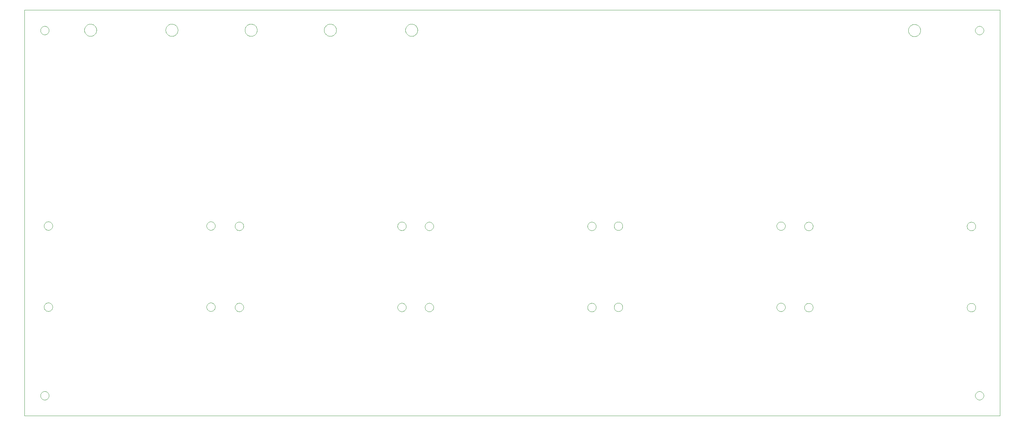
<source format=gko>
G75*
G70*
%OFA0B0*%
%FSLAX24Y24*%
%IPPOS*%
%LPD*%
%AMOC8*
5,1,8,0,0,1.08239X$1,22.5*
%
%ADD10C,0.0000*%
D10*
X000202Y000202D02*
X000202Y039572D01*
X094690Y039572D01*
X094690Y000202D01*
X000202Y000202D01*
X001757Y002170D02*
X001759Y002210D01*
X001765Y002251D01*
X001775Y002290D01*
X001788Y002328D01*
X001806Y002365D01*
X001827Y002399D01*
X001851Y002432D01*
X001878Y002462D01*
X001908Y002489D01*
X001941Y002513D01*
X001975Y002534D01*
X002012Y002552D01*
X002050Y002565D01*
X002089Y002575D01*
X002130Y002581D01*
X002170Y002583D01*
X002210Y002581D01*
X002251Y002575D01*
X002290Y002565D01*
X002328Y002552D01*
X002365Y002534D01*
X002399Y002513D01*
X002432Y002489D01*
X002462Y002462D01*
X002489Y002432D01*
X002513Y002399D01*
X002534Y002365D01*
X002552Y002328D01*
X002565Y002290D01*
X002575Y002251D01*
X002581Y002210D01*
X002583Y002170D01*
X002581Y002130D01*
X002575Y002089D01*
X002565Y002050D01*
X002552Y002012D01*
X002534Y001975D01*
X002513Y001941D01*
X002489Y001908D01*
X002462Y001878D01*
X002432Y001851D01*
X002399Y001827D01*
X002365Y001806D01*
X002328Y001788D01*
X002290Y001775D01*
X002251Y001765D01*
X002210Y001759D01*
X002170Y001757D01*
X002130Y001759D01*
X002089Y001765D01*
X002050Y001775D01*
X002012Y001788D01*
X001975Y001806D01*
X001941Y001827D01*
X001908Y001851D01*
X001878Y001878D01*
X001851Y001908D01*
X001827Y001941D01*
X001806Y001975D01*
X001788Y002012D01*
X001775Y002050D01*
X001765Y002089D01*
X001759Y002130D01*
X001757Y002170D01*
X020602Y010735D02*
X020604Y010775D01*
X020610Y010816D01*
X020620Y010855D01*
X020633Y010893D01*
X020651Y010930D01*
X020672Y010964D01*
X020696Y010997D01*
X020723Y011027D01*
X020753Y011054D01*
X020786Y011078D01*
X020820Y011099D01*
X020857Y011117D01*
X020895Y011130D01*
X020934Y011140D01*
X020975Y011146D01*
X021015Y011148D01*
X021055Y011146D01*
X021096Y011140D01*
X021135Y011130D01*
X021173Y011117D01*
X021210Y011099D01*
X021244Y011078D01*
X021277Y011054D01*
X021307Y011027D01*
X021334Y010997D01*
X021358Y010964D01*
X021379Y010930D01*
X021397Y010893D01*
X021410Y010855D01*
X021420Y010816D01*
X021426Y010775D01*
X021428Y010735D01*
X021426Y010695D01*
X021420Y010654D01*
X021410Y010615D01*
X021397Y010577D01*
X021379Y010540D01*
X021358Y010506D01*
X021334Y010473D01*
X021307Y010443D01*
X021277Y010416D01*
X021244Y010392D01*
X021210Y010371D01*
X021173Y010353D01*
X021135Y010340D01*
X021096Y010330D01*
X021055Y010324D01*
X021015Y010322D01*
X020975Y010324D01*
X020934Y010330D01*
X020895Y010340D01*
X020857Y010353D01*
X020820Y010371D01*
X020786Y010392D01*
X020753Y010416D01*
X020723Y010443D01*
X020696Y010473D01*
X020672Y010506D01*
X020651Y010540D01*
X020633Y010577D01*
X020620Y010615D01*
X020610Y010654D01*
X020604Y010695D01*
X020602Y010735D01*
X017850Y010763D02*
X017852Y010803D01*
X017858Y010844D01*
X017868Y010883D01*
X017881Y010921D01*
X017899Y010958D01*
X017920Y010992D01*
X017944Y011025D01*
X017971Y011055D01*
X018001Y011082D01*
X018034Y011106D01*
X018068Y011127D01*
X018105Y011145D01*
X018143Y011158D01*
X018182Y011168D01*
X018223Y011174D01*
X018263Y011176D01*
X018303Y011174D01*
X018344Y011168D01*
X018383Y011158D01*
X018421Y011145D01*
X018458Y011127D01*
X018492Y011106D01*
X018525Y011082D01*
X018555Y011055D01*
X018582Y011025D01*
X018606Y010992D01*
X018627Y010958D01*
X018645Y010921D01*
X018658Y010883D01*
X018668Y010844D01*
X018674Y010803D01*
X018676Y010763D01*
X018674Y010723D01*
X018668Y010682D01*
X018658Y010643D01*
X018645Y010605D01*
X018627Y010568D01*
X018606Y010534D01*
X018582Y010501D01*
X018555Y010471D01*
X018525Y010444D01*
X018492Y010420D01*
X018458Y010399D01*
X018421Y010381D01*
X018383Y010368D01*
X018344Y010358D01*
X018303Y010352D01*
X018263Y010350D01*
X018223Y010352D01*
X018182Y010358D01*
X018143Y010368D01*
X018105Y010381D01*
X018068Y010399D01*
X018034Y010420D01*
X018001Y010444D01*
X017971Y010471D01*
X017944Y010501D01*
X017920Y010534D01*
X017899Y010568D01*
X017881Y010605D01*
X017868Y010643D01*
X017858Y010682D01*
X017852Y010723D01*
X017850Y010763D01*
X002102Y010763D02*
X002104Y010803D01*
X002110Y010844D01*
X002120Y010883D01*
X002133Y010921D01*
X002151Y010958D01*
X002172Y010992D01*
X002196Y011025D01*
X002223Y011055D01*
X002253Y011082D01*
X002286Y011106D01*
X002320Y011127D01*
X002357Y011145D01*
X002395Y011158D01*
X002434Y011168D01*
X002475Y011174D01*
X002515Y011176D01*
X002555Y011174D01*
X002596Y011168D01*
X002635Y011158D01*
X002673Y011145D01*
X002710Y011127D01*
X002744Y011106D01*
X002777Y011082D01*
X002807Y011055D01*
X002834Y011025D01*
X002858Y010992D01*
X002879Y010958D01*
X002897Y010921D01*
X002910Y010883D01*
X002920Y010844D01*
X002926Y010803D01*
X002928Y010763D01*
X002926Y010723D01*
X002920Y010682D01*
X002910Y010643D01*
X002897Y010605D01*
X002879Y010568D01*
X002858Y010534D01*
X002834Y010501D01*
X002807Y010471D01*
X002777Y010444D01*
X002744Y010420D01*
X002710Y010399D01*
X002673Y010381D01*
X002635Y010368D01*
X002596Y010358D01*
X002555Y010352D01*
X002515Y010350D01*
X002475Y010352D01*
X002434Y010358D01*
X002395Y010368D01*
X002357Y010381D01*
X002320Y010399D01*
X002286Y010420D01*
X002253Y010444D01*
X002223Y010471D01*
X002196Y010501D01*
X002172Y010534D01*
X002151Y010568D01*
X002133Y010605D01*
X002120Y010643D01*
X002110Y010682D01*
X002104Y010723D01*
X002102Y010763D01*
X002102Y018637D02*
X002104Y018677D01*
X002110Y018718D01*
X002120Y018757D01*
X002133Y018795D01*
X002151Y018832D01*
X002172Y018866D01*
X002196Y018899D01*
X002223Y018929D01*
X002253Y018956D01*
X002286Y018980D01*
X002320Y019001D01*
X002357Y019019D01*
X002395Y019032D01*
X002434Y019042D01*
X002475Y019048D01*
X002515Y019050D01*
X002555Y019048D01*
X002596Y019042D01*
X002635Y019032D01*
X002673Y019019D01*
X002710Y019001D01*
X002744Y018980D01*
X002777Y018956D01*
X002807Y018929D01*
X002834Y018899D01*
X002858Y018866D01*
X002879Y018832D01*
X002897Y018795D01*
X002910Y018757D01*
X002920Y018718D01*
X002926Y018677D01*
X002928Y018637D01*
X002926Y018597D01*
X002920Y018556D01*
X002910Y018517D01*
X002897Y018479D01*
X002879Y018442D01*
X002858Y018408D01*
X002834Y018375D01*
X002807Y018345D01*
X002777Y018318D01*
X002744Y018294D01*
X002710Y018273D01*
X002673Y018255D01*
X002635Y018242D01*
X002596Y018232D01*
X002555Y018226D01*
X002515Y018224D01*
X002475Y018226D01*
X002434Y018232D01*
X002395Y018242D01*
X002357Y018255D01*
X002320Y018273D01*
X002286Y018294D01*
X002253Y018318D01*
X002223Y018345D01*
X002196Y018375D01*
X002172Y018408D01*
X002151Y018442D01*
X002133Y018479D01*
X002120Y018517D01*
X002110Y018556D01*
X002104Y018597D01*
X002102Y018637D01*
X017850Y018637D02*
X017852Y018677D01*
X017858Y018718D01*
X017868Y018757D01*
X017881Y018795D01*
X017899Y018832D01*
X017920Y018866D01*
X017944Y018899D01*
X017971Y018929D01*
X018001Y018956D01*
X018034Y018980D01*
X018068Y019001D01*
X018105Y019019D01*
X018143Y019032D01*
X018182Y019042D01*
X018223Y019048D01*
X018263Y019050D01*
X018303Y019048D01*
X018344Y019042D01*
X018383Y019032D01*
X018421Y019019D01*
X018458Y019001D01*
X018492Y018980D01*
X018525Y018956D01*
X018555Y018929D01*
X018582Y018899D01*
X018606Y018866D01*
X018627Y018832D01*
X018645Y018795D01*
X018658Y018757D01*
X018668Y018718D01*
X018674Y018677D01*
X018676Y018637D01*
X018674Y018597D01*
X018668Y018556D01*
X018658Y018517D01*
X018645Y018479D01*
X018627Y018442D01*
X018606Y018408D01*
X018582Y018375D01*
X018555Y018345D01*
X018525Y018318D01*
X018492Y018294D01*
X018458Y018273D01*
X018421Y018255D01*
X018383Y018242D01*
X018344Y018232D01*
X018303Y018226D01*
X018263Y018224D01*
X018223Y018226D01*
X018182Y018232D01*
X018143Y018242D01*
X018105Y018255D01*
X018068Y018273D01*
X018034Y018294D01*
X018001Y018318D01*
X017971Y018345D01*
X017944Y018375D01*
X017920Y018408D01*
X017899Y018442D01*
X017881Y018479D01*
X017868Y018517D01*
X017858Y018556D01*
X017852Y018597D01*
X017850Y018637D01*
X020602Y018609D02*
X020604Y018649D01*
X020610Y018690D01*
X020620Y018729D01*
X020633Y018767D01*
X020651Y018804D01*
X020672Y018838D01*
X020696Y018871D01*
X020723Y018901D01*
X020753Y018928D01*
X020786Y018952D01*
X020820Y018973D01*
X020857Y018991D01*
X020895Y019004D01*
X020934Y019014D01*
X020975Y019020D01*
X021015Y019022D01*
X021055Y019020D01*
X021096Y019014D01*
X021135Y019004D01*
X021173Y018991D01*
X021210Y018973D01*
X021244Y018952D01*
X021277Y018928D01*
X021307Y018901D01*
X021334Y018871D01*
X021358Y018838D01*
X021379Y018804D01*
X021397Y018767D01*
X021410Y018729D01*
X021420Y018690D01*
X021426Y018649D01*
X021428Y018609D01*
X021426Y018569D01*
X021420Y018528D01*
X021410Y018489D01*
X021397Y018451D01*
X021379Y018414D01*
X021358Y018380D01*
X021334Y018347D01*
X021307Y018317D01*
X021277Y018290D01*
X021244Y018266D01*
X021210Y018245D01*
X021173Y018227D01*
X021135Y018214D01*
X021096Y018204D01*
X021055Y018198D01*
X021015Y018196D01*
X020975Y018198D01*
X020934Y018204D01*
X020895Y018214D01*
X020857Y018227D01*
X020820Y018245D01*
X020786Y018266D01*
X020753Y018290D01*
X020723Y018317D01*
X020696Y018347D01*
X020672Y018380D01*
X020651Y018414D01*
X020633Y018451D01*
X020620Y018489D01*
X020610Y018528D01*
X020604Y018569D01*
X020602Y018609D01*
X036350Y018609D02*
X036352Y018649D01*
X036358Y018690D01*
X036368Y018729D01*
X036381Y018767D01*
X036399Y018804D01*
X036420Y018838D01*
X036444Y018871D01*
X036471Y018901D01*
X036501Y018928D01*
X036534Y018952D01*
X036568Y018973D01*
X036605Y018991D01*
X036643Y019004D01*
X036682Y019014D01*
X036723Y019020D01*
X036763Y019022D01*
X036803Y019020D01*
X036844Y019014D01*
X036883Y019004D01*
X036921Y018991D01*
X036958Y018973D01*
X036992Y018952D01*
X037025Y018928D01*
X037055Y018901D01*
X037082Y018871D01*
X037106Y018838D01*
X037127Y018804D01*
X037145Y018767D01*
X037158Y018729D01*
X037168Y018690D01*
X037174Y018649D01*
X037176Y018609D01*
X037174Y018569D01*
X037168Y018528D01*
X037158Y018489D01*
X037145Y018451D01*
X037127Y018414D01*
X037106Y018380D01*
X037082Y018347D01*
X037055Y018317D01*
X037025Y018290D01*
X036992Y018266D01*
X036958Y018245D01*
X036921Y018227D01*
X036883Y018214D01*
X036844Y018204D01*
X036803Y018198D01*
X036763Y018196D01*
X036723Y018198D01*
X036682Y018204D01*
X036643Y018214D01*
X036605Y018227D01*
X036568Y018245D01*
X036534Y018266D01*
X036501Y018290D01*
X036471Y018317D01*
X036444Y018347D01*
X036420Y018380D01*
X036399Y018414D01*
X036381Y018451D01*
X036368Y018489D01*
X036358Y018528D01*
X036352Y018569D01*
X036350Y018609D01*
X039007Y018601D02*
X039009Y018641D01*
X039015Y018682D01*
X039025Y018721D01*
X039038Y018759D01*
X039056Y018796D01*
X039077Y018830D01*
X039101Y018863D01*
X039128Y018893D01*
X039158Y018920D01*
X039191Y018944D01*
X039225Y018965D01*
X039262Y018983D01*
X039300Y018996D01*
X039339Y019006D01*
X039380Y019012D01*
X039420Y019014D01*
X039460Y019012D01*
X039501Y019006D01*
X039540Y018996D01*
X039578Y018983D01*
X039615Y018965D01*
X039649Y018944D01*
X039682Y018920D01*
X039712Y018893D01*
X039739Y018863D01*
X039763Y018830D01*
X039784Y018796D01*
X039802Y018759D01*
X039815Y018721D01*
X039825Y018682D01*
X039831Y018641D01*
X039833Y018601D01*
X039831Y018561D01*
X039825Y018520D01*
X039815Y018481D01*
X039802Y018443D01*
X039784Y018406D01*
X039763Y018372D01*
X039739Y018339D01*
X039712Y018309D01*
X039682Y018282D01*
X039649Y018258D01*
X039615Y018237D01*
X039578Y018219D01*
X039540Y018206D01*
X039501Y018196D01*
X039460Y018190D01*
X039420Y018188D01*
X039380Y018190D01*
X039339Y018196D01*
X039300Y018206D01*
X039262Y018219D01*
X039225Y018237D01*
X039191Y018258D01*
X039158Y018282D01*
X039128Y018309D01*
X039101Y018339D01*
X039077Y018372D01*
X039056Y018406D01*
X039038Y018443D01*
X039025Y018481D01*
X039015Y018520D01*
X039009Y018561D01*
X039007Y018601D01*
X054755Y018601D02*
X054757Y018641D01*
X054763Y018682D01*
X054773Y018721D01*
X054786Y018759D01*
X054804Y018796D01*
X054825Y018830D01*
X054849Y018863D01*
X054876Y018893D01*
X054906Y018920D01*
X054939Y018944D01*
X054973Y018965D01*
X055010Y018983D01*
X055048Y018996D01*
X055087Y019006D01*
X055128Y019012D01*
X055168Y019014D01*
X055208Y019012D01*
X055249Y019006D01*
X055288Y018996D01*
X055326Y018983D01*
X055363Y018965D01*
X055397Y018944D01*
X055430Y018920D01*
X055460Y018893D01*
X055487Y018863D01*
X055511Y018830D01*
X055532Y018796D01*
X055550Y018759D01*
X055563Y018721D01*
X055573Y018682D01*
X055579Y018641D01*
X055581Y018601D01*
X055579Y018561D01*
X055573Y018520D01*
X055563Y018481D01*
X055550Y018443D01*
X055532Y018406D01*
X055511Y018372D01*
X055487Y018339D01*
X055460Y018309D01*
X055430Y018282D01*
X055397Y018258D01*
X055363Y018237D01*
X055326Y018219D01*
X055288Y018206D01*
X055249Y018196D01*
X055208Y018190D01*
X055168Y018188D01*
X055128Y018190D01*
X055087Y018196D01*
X055048Y018206D01*
X055010Y018219D01*
X054973Y018237D01*
X054939Y018258D01*
X054906Y018282D01*
X054876Y018309D01*
X054849Y018339D01*
X054825Y018372D01*
X054804Y018406D01*
X054786Y018443D01*
X054773Y018481D01*
X054763Y018520D01*
X054757Y018561D01*
X054755Y018601D01*
X057326Y018621D02*
X057328Y018661D01*
X057334Y018702D01*
X057344Y018741D01*
X057357Y018779D01*
X057375Y018816D01*
X057396Y018850D01*
X057420Y018883D01*
X057447Y018913D01*
X057477Y018940D01*
X057510Y018964D01*
X057544Y018985D01*
X057581Y019003D01*
X057619Y019016D01*
X057658Y019026D01*
X057699Y019032D01*
X057739Y019034D01*
X057779Y019032D01*
X057820Y019026D01*
X057859Y019016D01*
X057897Y019003D01*
X057934Y018985D01*
X057968Y018964D01*
X058001Y018940D01*
X058031Y018913D01*
X058058Y018883D01*
X058082Y018850D01*
X058103Y018816D01*
X058121Y018779D01*
X058134Y018741D01*
X058144Y018702D01*
X058150Y018661D01*
X058152Y018621D01*
X058150Y018581D01*
X058144Y018540D01*
X058134Y018501D01*
X058121Y018463D01*
X058103Y018426D01*
X058082Y018392D01*
X058058Y018359D01*
X058031Y018329D01*
X058001Y018302D01*
X057968Y018278D01*
X057934Y018257D01*
X057897Y018239D01*
X057859Y018226D01*
X057820Y018216D01*
X057779Y018210D01*
X057739Y018208D01*
X057699Y018210D01*
X057658Y018216D01*
X057619Y018226D01*
X057581Y018239D01*
X057544Y018257D01*
X057510Y018278D01*
X057477Y018302D01*
X057447Y018329D01*
X057420Y018359D01*
X057396Y018392D01*
X057375Y018426D01*
X057357Y018463D01*
X057344Y018501D01*
X057334Y018540D01*
X057328Y018581D01*
X057326Y018621D01*
X073074Y018621D02*
X073076Y018661D01*
X073082Y018702D01*
X073092Y018741D01*
X073105Y018779D01*
X073123Y018816D01*
X073144Y018850D01*
X073168Y018883D01*
X073195Y018913D01*
X073225Y018940D01*
X073258Y018964D01*
X073292Y018985D01*
X073329Y019003D01*
X073367Y019016D01*
X073406Y019026D01*
X073447Y019032D01*
X073487Y019034D01*
X073527Y019032D01*
X073568Y019026D01*
X073607Y019016D01*
X073645Y019003D01*
X073682Y018985D01*
X073716Y018964D01*
X073749Y018940D01*
X073779Y018913D01*
X073806Y018883D01*
X073830Y018850D01*
X073851Y018816D01*
X073869Y018779D01*
X073882Y018741D01*
X073892Y018702D01*
X073898Y018661D01*
X073900Y018621D01*
X073898Y018581D01*
X073892Y018540D01*
X073882Y018501D01*
X073869Y018463D01*
X073851Y018426D01*
X073830Y018392D01*
X073806Y018359D01*
X073779Y018329D01*
X073749Y018302D01*
X073716Y018278D01*
X073682Y018257D01*
X073645Y018239D01*
X073607Y018226D01*
X073568Y018216D01*
X073527Y018210D01*
X073487Y018208D01*
X073447Y018210D01*
X073406Y018216D01*
X073367Y018226D01*
X073329Y018239D01*
X073292Y018257D01*
X073258Y018278D01*
X073225Y018302D01*
X073195Y018329D01*
X073168Y018359D01*
X073144Y018392D01*
X073123Y018426D01*
X073105Y018463D01*
X073092Y018501D01*
X073082Y018540D01*
X073076Y018581D01*
X073074Y018621D01*
X075771Y018593D02*
X075773Y018633D01*
X075779Y018674D01*
X075789Y018713D01*
X075802Y018751D01*
X075820Y018788D01*
X075841Y018822D01*
X075865Y018855D01*
X075892Y018885D01*
X075922Y018912D01*
X075955Y018936D01*
X075989Y018957D01*
X076026Y018975D01*
X076064Y018988D01*
X076103Y018998D01*
X076144Y019004D01*
X076184Y019006D01*
X076224Y019004D01*
X076265Y018998D01*
X076304Y018988D01*
X076342Y018975D01*
X076379Y018957D01*
X076413Y018936D01*
X076446Y018912D01*
X076476Y018885D01*
X076503Y018855D01*
X076527Y018822D01*
X076548Y018788D01*
X076566Y018751D01*
X076579Y018713D01*
X076589Y018674D01*
X076595Y018633D01*
X076597Y018593D01*
X076595Y018553D01*
X076589Y018512D01*
X076579Y018473D01*
X076566Y018435D01*
X076548Y018398D01*
X076527Y018364D01*
X076503Y018331D01*
X076476Y018301D01*
X076446Y018274D01*
X076413Y018250D01*
X076379Y018229D01*
X076342Y018211D01*
X076304Y018198D01*
X076265Y018188D01*
X076224Y018182D01*
X076184Y018180D01*
X076144Y018182D01*
X076103Y018188D01*
X076064Y018198D01*
X076026Y018211D01*
X075989Y018229D01*
X075955Y018250D01*
X075922Y018274D01*
X075892Y018301D01*
X075865Y018331D01*
X075841Y018364D01*
X075820Y018398D01*
X075802Y018435D01*
X075789Y018473D01*
X075779Y018512D01*
X075773Y018553D01*
X075771Y018593D01*
X091519Y018593D02*
X091521Y018633D01*
X091527Y018674D01*
X091537Y018713D01*
X091550Y018751D01*
X091568Y018788D01*
X091589Y018822D01*
X091613Y018855D01*
X091640Y018885D01*
X091670Y018912D01*
X091703Y018936D01*
X091737Y018957D01*
X091774Y018975D01*
X091812Y018988D01*
X091851Y018998D01*
X091892Y019004D01*
X091932Y019006D01*
X091972Y019004D01*
X092013Y018998D01*
X092052Y018988D01*
X092090Y018975D01*
X092127Y018957D01*
X092161Y018936D01*
X092194Y018912D01*
X092224Y018885D01*
X092251Y018855D01*
X092275Y018822D01*
X092296Y018788D01*
X092314Y018751D01*
X092327Y018713D01*
X092337Y018674D01*
X092343Y018633D01*
X092345Y018593D01*
X092343Y018553D01*
X092337Y018512D01*
X092327Y018473D01*
X092314Y018435D01*
X092296Y018398D01*
X092275Y018364D01*
X092251Y018331D01*
X092224Y018301D01*
X092194Y018274D01*
X092161Y018250D01*
X092127Y018229D01*
X092090Y018211D01*
X092052Y018198D01*
X092013Y018188D01*
X091972Y018182D01*
X091932Y018180D01*
X091892Y018182D01*
X091851Y018188D01*
X091812Y018198D01*
X091774Y018211D01*
X091737Y018229D01*
X091703Y018250D01*
X091670Y018274D01*
X091640Y018301D01*
X091613Y018331D01*
X091589Y018364D01*
X091568Y018398D01*
X091550Y018435D01*
X091537Y018473D01*
X091527Y018512D01*
X091521Y018553D01*
X091519Y018593D01*
X073074Y010747D02*
X073076Y010787D01*
X073082Y010828D01*
X073092Y010867D01*
X073105Y010905D01*
X073123Y010942D01*
X073144Y010976D01*
X073168Y011009D01*
X073195Y011039D01*
X073225Y011066D01*
X073258Y011090D01*
X073292Y011111D01*
X073329Y011129D01*
X073367Y011142D01*
X073406Y011152D01*
X073447Y011158D01*
X073487Y011160D01*
X073527Y011158D01*
X073568Y011152D01*
X073607Y011142D01*
X073645Y011129D01*
X073682Y011111D01*
X073716Y011090D01*
X073749Y011066D01*
X073779Y011039D01*
X073806Y011009D01*
X073830Y010976D01*
X073851Y010942D01*
X073869Y010905D01*
X073882Y010867D01*
X073892Y010828D01*
X073898Y010787D01*
X073900Y010747D01*
X073898Y010707D01*
X073892Y010666D01*
X073882Y010627D01*
X073869Y010589D01*
X073851Y010552D01*
X073830Y010518D01*
X073806Y010485D01*
X073779Y010455D01*
X073749Y010428D01*
X073716Y010404D01*
X073682Y010383D01*
X073645Y010365D01*
X073607Y010352D01*
X073568Y010342D01*
X073527Y010336D01*
X073487Y010334D01*
X073447Y010336D01*
X073406Y010342D01*
X073367Y010352D01*
X073329Y010365D01*
X073292Y010383D01*
X073258Y010404D01*
X073225Y010428D01*
X073195Y010455D01*
X073168Y010485D01*
X073144Y010518D01*
X073123Y010552D01*
X073105Y010589D01*
X073092Y010627D01*
X073082Y010666D01*
X073076Y010707D01*
X073074Y010747D01*
X075771Y010719D02*
X075773Y010759D01*
X075779Y010800D01*
X075789Y010839D01*
X075802Y010877D01*
X075820Y010914D01*
X075841Y010948D01*
X075865Y010981D01*
X075892Y011011D01*
X075922Y011038D01*
X075955Y011062D01*
X075989Y011083D01*
X076026Y011101D01*
X076064Y011114D01*
X076103Y011124D01*
X076144Y011130D01*
X076184Y011132D01*
X076224Y011130D01*
X076265Y011124D01*
X076304Y011114D01*
X076342Y011101D01*
X076379Y011083D01*
X076413Y011062D01*
X076446Y011038D01*
X076476Y011011D01*
X076503Y010981D01*
X076527Y010948D01*
X076548Y010914D01*
X076566Y010877D01*
X076579Y010839D01*
X076589Y010800D01*
X076595Y010759D01*
X076597Y010719D01*
X076595Y010679D01*
X076589Y010638D01*
X076579Y010599D01*
X076566Y010561D01*
X076548Y010524D01*
X076527Y010490D01*
X076503Y010457D01*
X076476Y010427D01*
X076446Y010400D01*
X076413Y010376D01*
X076379Y010355D01*
X076342Y010337D01*
X076304Y010324D01*
X076265Y010314D01*
X076224Y010308D01*
X076184Y010306D01*
X076144Y010308D01*
X076103Y010314D01*
X076064Y010324D01*
X076026Y010337D01*
X075989Y010355D01*
X075955Y010376D01*
X075922Y010400D01*
X075892Y010427D01*
X075865Y010457D01*
X075841Y010490D01*
X075820Y010524D01*
X075802Y010561D01*
X075789Y010599D01*
X075779Y010638D01*
X075773Y010679D01*
X075771Y010719D01*
X091519Y010719D02*
X091521Y010759D01*
X091527Y010800D01*
X091537Y010839D01*
X091550Y010877D01*
X091568Y010914D01*
X091589Y010948D01*
X091613Y010981D01*
X091640Y011011D01*
X091670Y011038D01*
X091703Y011062D01*
X091737Y011083D01*
X091774Y011101D01*
X091812Y011114D01*
X091851Y011124D01*
X091892Y011130D01*
X091932Y011132D01*
X091972Y011130D01*
X092013Y011124D01*
X092052Y011114D01*
X092090Y011101D01*
X092127Y011083D01*
X092161Y011062D01*
X092194Y011038D01*
X092224Y011011D01*
X092251Y010981D01*
X092275Y010948D01*
X092296Y010914D01*
X092314Y010877D01*
X092327Y010839D01*
X092337Y010800D01*
X092343Y010759D01*
X092345Y010719D01*
X092343Y010679D01*
X092337Y010638D01*
X092327Y010599D01*
X092314Y010561D01*
X092296Y010524D01*
X092275Y010490D01*
X092251Y010457D01*
X092224Y010427D01*
X092194Y010400D01*
X092161Y010376D01*
X092127Y010355D01*
X092090Y010337D01*
X092052Y010324D01*
X092013Y010314D01*
X091972Y010308D01*
X091932Y010306D01*
X091892Y010308D01*
X091851Y010314D01*
X091812Y010324D01*
X091774Y010337D01*
X091737Y010355D01*
X091703Y010376D01*
X091670Y010400D01*
X091640Y010427D01*
X091613Y010457D01*
X091589Y010490D01*
X091568Y010524D01*
X091550Y010561D01*
X091537Y010599D01*
X091527Y010638D01*
X091521Y010679D01*
X091519Y010719D01*
X092308Y002170D02*
X092310Y002210D01*
X092316Y002251D01*
X092326Y002290D01*
X092339Y002328D01*
X092357Y002365D01*
X092378Y002399D01*
X092402Y002432D01*
X092429Y002462D01*
X092459Y002489D01*
X092492Y002513D01*
X092526Y002534D01*
X092563Y002552D01*
X092601Y002565D01*
X092640Y002575D01*
X092681Y002581D01*
X092721Y002583D01*
X092761Y002581D01*
X092802Y002575D01*
X092841Y002565D01*
X092879Y002552D01*
X092916Y002534D01*
X092950Y002513D01*
X092983Y002489D01*
X093013Y002462D01*
X093040Y002432D01*
X093064Y002399D01*
X093085Y002365D01*
X093103Y002328D01*
X093116Y002290D01*
X093126Y002251D01*
X093132Y002210D01*
X093134Y002170D01*
X093132Y002130D01*
X093126Y002089D01*
X093116Y002050D01*
X093103Y002012D01*
X093085Y001975D01*
X093064Y001941D01*
X093040Y001908D01*
X093013Y001878D01*
X092983Y001851D01*
X092950Y001827D01*
X092916Y001806D01*
X092879Y001788D01*
X092841Y001775D01*
X092802Y001765D01*
X092761Y001759D01*
X092721Y001757D01*
X092681Y001759D01*
X092640Y001765D01*
X092601Y001775D01*
X092563Y001788D01*
X092526Y001806D01*
X092492Y001827D01*
X092459Y001851D01*
X092429Y001878D01*
X092402Y001908D01*
X092378Y001941D01*
X092357Y001975D01*
X092339Y002012D01*
X092326Y002050D01*
X092316Y002089D01*
X092310Y002130D01*
X092308Y002170D01*
X057326Y010747D02*
X057328Y010787D01*
X057334Y010828D01*
X057344Y010867D01*
X057357Y010905D01*
X057375Y010942D01*
X057396Y010976D01*
X057420Y011009D01*
X057447Y011039D01*
X057477Y011066D01*
X057510Y011090D01*
X057544Y011111D01*
X057581Y011129D01*
X057619Y011142D01*
X057658Y011152D01*
X057699Y011158D01*
X057739Y011160D01*
X057779Y011158D01*
X057820Y011152D01*
X057859Y011142D01*
X057897Y011129D01*
X057934Y011111D01*
X057968Y011090D01*
X058001Y011066D01*
X058031Y011039D01*
X058058Y011009D01*
X058082Y010976D01*
X058103Y010942D01*
X058121Y010905D01*
X058134Y010867D01*
X058144Y010828D01*
X058150Y010787D01*
X058152Y010747D01*
X058150Y010707D01*
X058144Y010666D01*
X058134Y010627D01*
X058121Y010589D01*
X058103Y010552D01*
X058082Y010518D01*
X058058Y010485D01*
X058031Y010455D01*
X058001Y010428D01*
X057968Y010404D01*
X057934Y010383D01*
X057897Y010365D01*
X057859Y010352D01*
X057820Y010342D01*
X057779Y010336D01*
X057739Y010334D01*
X057699Y010336D01*
X057658Y010342D01*
X057619Y010352D01*
X057581Y010365D01*
X057544Y010383D01*
X057510Y010404D01*
X057477Y010428D01*
X057447Y010455D01*
X057420Y010485D01*
X057396Y010518D01*
X057375Y010552D01*
X057357Y010589D01*
X057344Y010627D01*
X057334Y010666D01*
X057328Y010707D01*
X057326Y010747D01*
X054755Y010727D02*
X054757Y010767D01*
X054763Y010808D01*
X054773Y010847D01*
X054786Y010885D01*
X054804Y010922D01*
X054825Y010956D01*
X054849Y010989D01*
X054876Y011019D01*
X054906Y011046D01*
X054939Y011070D01*
X054973Y011091D01*
X055010Y011109D01*
X055048Y011122D01*
X055087Y011132D01*
X055128Y011138D01*
X055168Y011140D01*
X055208Y011138D01*
X055249Y011132D01*
X055288Y011122D01*
X055326Y011109D01*
X055363Y011091D01*
X055397Y011070D01*
X055430Y011046D01*
X055460Y011019D01*
X055487Y010989D01*
X055511Y010956D01*
X055532Y010922D01*
X055550Y010885D01*
X055563Y010847D01*
X055573Y010808D01*
X055579Y010767D01*
X055581Y010727D01*
X055579Y010687D01*
X055573Y010646D01*
X055563Y010607D01*
X055550Y010569D01*
X055532Y010532D01*
X055511Y010498D01*
X055487Y010465D01*
X055460Y010435D01*
X055430Y010408D01*
X055397Y010384D01*
X055363Y010363D01*
X055326Y010345D01*
X055288Y010332D01*
X055249Y010322D01*
X055208Y010316D01*
X055168Y010314D01*
X055128Y010316D01*
X055087Y010322D01*
X055048Y010332D01*
X055010Y010345D01*
X054973Y010363D01*
X054939Y010384D01*
X054906Y010408D01*
X054876Y010435D01*
X054849Y010465D01*
X054825Y010498D01*
X054804Y010532D01*
X054786Y010569D01*
X054773Y010607D01*
X054763Y010646D01*
X054757Y010687D01*
X054755Y010727D01*
X039007Y010727D02*
X039009Y010767D01*
X039015Y010808D01*
X039025Y010847D01*
X039038Y010885D01*
X039056Y010922D01*
X039077Y010956D01*
X039101Y010989D01*
X039128Y011019D01*
X039158Y011046D01*
X039191Y011070D01*
X039225Y011091D01*
X039262Y011109D01*
X039300Y011122D01*
X039339Y011132D01*
X039380Y011138D01*
X039420Y011140D01*
X039460Y011138D01*
X039501Y011132D01*
X039540Y011122D01*
X039578Y011109D01*
X039615Y011091D01*
X039649Y011070D01*
X039682Y011046D01*
X039712Y011019D01*
X039739Y010989D01*
X039763Y010956D01*
X039784Y010922D01*
X039802Y010885D01*
X039815Y010847D01*
X039825Y010808D01*
X039831Y010767D01*
X039833Y010727D01*
X039831Y010687D01*
X039825Y010646D01*
X039815Y010607D01*
X039802Y010569D01*
X039784Y010532D01*
X039763Y010498D01*
X039739Y010465D01*
X039712Y010435D01*
X039682Y010408D01*
X039649Y010384D01*
X039615Y010363D01*
X039578Y010345D01*
X039540Y010332D01*
X039501Y010322D01*
X039460Y010316D01*
X039420Y010314D01*
X039380Y010316D01*
X039339Y010322D01*
X039300Y010332D01*
X039262Y010345D01*
X039225Y010363D01*
X039191Y010384D01*
X039158Y010408D01*
X039128Y010435D01*
X039101Y010465D01*
X039077Y010498D01*
X039056Y010532D01*
X039038Y010569D01*
X039025Y010607D01*
X039015Y010646D01*
X039009Y010687D01*
X039007Y010727D01*
X036350Y010735D02*
X036352Y010775D01*
X036358Y010816D01*
X036368Y010855D01*
X036381Y010893D01*
X036399Y010930D01*
X036420Y010964D01*
X036444Y010997D01*
X036471Y011027D01*
X036501Y011054D01*
X036534Y011078D01*
X036568Y011099D01*
X036605Y011117D01*
X036643Y011130D01*
X036682Y011140D01*
X036723Y011146D01*
X036763Y011148D01*
X036803Y011146D01*
X036844Y011140D01*
X036883Y011130D01*
X036921Y011117D01*
X036958Y011099D01*
X036992Y011078D01*
X037025Y011054D01*
X037055Y011027D01*
X037082Y010997D01*
X037106Y010964D01*
X037127Y010930D01*
X037145Y010893D01*
X037158Y010855D01*
X037168Y010816D01*
X037174Y010775D01*
X037176Y010735D01*
X037174Y010695D01*
X037168Y010654D01*
X037158Y010615D01*
X037145Y010577D01*
X037127Y010540D01*
X037106Y010506D01*
X037082Y010473D01*
X037055Y010443D01*
X037025Y010416D01*
X036992Y010392D01*
X036958Y010371D01*
X036921Y010353D01*
X036883Y010340D01*
X036844Y010330D01*
X036803Y010324D01*
X036763Y010322D01*
X036723Y010324D01*
X036682Y010330D01*
X036643Y010340D01*
X036605Y010353D01*
X036568Y010371D01*
X036534Y010392D01*
X036501Y010416D01*
X036471Y010443D01*
X036444Y010473D01*
X036420Y010506D01*
X036399Y010540D01*
X036381Y010577D01*
X036368Y010615D01*
X036358Y010654D01*
X036352Y010695D01*
X036350Y010735D01*
X037111Y037631D02*
X037113Y037679D01*
X037119Y037727D01*
X037129Y037774D01*
X037142Y037820D01*
X037160Y037865D01*
X037180Y037909D01*
X037205Y037951D01*
X037233Y037990D01*
X037263Y038027D01*
X037297Y038061D01*
X037334Y038093D01*
X037372Y038122D01*
X037413Y038147D01*
X037456Y038169D01*
X037501Y038187D01*
X037547Y038201D01*
X037594Y038212D01*
X037642Y038219D01*
X037690Y038222D01*
X037738Y038221D01*
X037786Y038216D01*
X037834Y038207D01*
X037880Y038195D01*
X037925Y038178D01*
X037969Y038158D01*
X038011Y038135D01*
X038051Y038108D01*
X038089Y038078D01*
X038124Y038045D01*
X038156Y038009D01*
X038186Y037971D01*
X038212Y037930D01*
X038234Y037887D01*
X038254Y037843D01*
X038269Y037798D01*
X038281Y037751D01*
X038289Y037703D01*
X038293Y037655D01*
X038293Y037607D01*
X038289Y037559D01*
X038281Y037511D01*
X038269Y037464D01*
X038254Y037419D01*
X038234Y037375D01*
X038212Y037332D01*
X038186Y037291D01*
X038156Y037253D01*
X038124Y037217D01*
X038089Y037184D01*
X038051Y037154D01*
X038011Y037127D01*
X037969Y037104D01*
X037925Y037084D01*
X037880Y037067D01*
X037834Y037055D01*
X037786Y037046D01*
X037738Y037041D01*
X037690Y037040D01*
X037642Y037043D01*
X037594Y037050D01*
X037547Y037061D01*
X037501Y037075D01*
X037456Y037093D01*
X037413Y037115D01*
X037372Y037140D01*
X037334Y037169D01*
X037297Y037201D01*
X037263Y037235D01*
X037233Y037272D01*
X037205Y037311D01*
X037180Y037353D01*
X037160Y037397D01*
X037142Y037442D01*
X037129Y037488D01*
X037119Y037535D01*
X037113Y037583D01*
X037111Y037631D01*
X029237Y037631D02*
X029239Y037679D01*
X029245Y037727D01*
X029255Y037774D01*
X029268Y037820D01*
X029286Y037865D01*
X029306Y037909D01*
X029331Y037951D01*
X029359Y037990D01*
X029389Y038027D01*
X029423Y038061D01*
X029460Y038093D01*
X029498Y038122D01*
X029539Y038147D01*
X029582Y038169D01*
X029627Y038187D01*
X029673Y038201D01*
X029720Y038212D01*
X029768Y038219D01*
X029816Y038222D01*
X029864Y038221D01*
X029912Y038216D01*
X029960Y038207D01*
X030006Y038195D01*
X030051Y038178D01*
X030095Y038158D01*
X030137Y038135D01*
X030177Y038108D01*
X030215Y038078D01*
X030250Y038045D01*
X030282Y038009D01*
X030312Y037971D01*
X030338Y037930D01*
X030360Y037887D01*
X030380Y037843D01*
X030395Y037798D01*
X030407Y037751D01*
X030415Y037703D01*
X030419Y037655D01*
X030419Y037607D01*
X030415Y037559D01*
X030407Y037511D01*
X030395Y037464D01*
X030380Y037419D01*
X030360Y037375D01*
X030338Y037332D01*
X030312Y037291D01*
X030282Y037253D01*
X030250Y037217D01*
X030215Y037184D01*
X030177Y037154D01*
X030137Y037127D01*
X030095Y037104D01*
X030051Y037084D01*
X030006Y037067D01*
X029960Y037055D01*
X029912Y037046D01*
X029864Y037041D01*
X029816Y037040D01*
X029768Y037043D01*
X029720Y037050D01*
X029673Y037061D01*
X029627Y037075D01*
X029582Y037093D01*
X029539Y037115D01*
X029498Y037140D01*
X029460Y037169D01*
X029423Y037201D01*
X029389Y037235D01*
X029359Y037272D01*
X029331Y037311D01*
X029306Y037353D01*
X029286Y037397D01*
X029268Y037442D01*
X029255Y037488D01*
X029245Y037535D01*
X029239Y037583D01*
X029237Y037631D01*
X021559Y037631D02*
X021561Y037679D01*
X021567Y037727D01*
X021577Y037774D01*
X021590Y037820D01*
X021608Y037865D01*
X021628Y037909D01*
X021653Y037951D01*
X021681Y037990D01*
X021711Y038027D01*
X021745Y038061D01*
X021782Y038093D01*
X021820Y038122D01*
X021861Y038147D01*
X021904Y038169D01*
X021949Y038187D01*
X021995Y038201D01*
X022042Y038212D01*
X022090Y038219D01*
X022138Y038222D01*
X022186Y038221D01*
X022234Y038216D01*
X022282Y038207D01*
X022328Y038195D01*
X022373Y038178D01*
X022417Y038158D01*
X022459Y038135D01*
X022499Y038108D01*
X022537Y038078D01*
X022572Y038045D01*
X022604Y038009D01*
X022634Y037971D01*
X022660Y037930D01*
X022682Y037887D01*
X022702Y037843D01*
X022717Y037798D01*
X022729Y037751D01*
X022737Y037703D01*
X022741Y037655D01*
X022741Y037607D01*
X022737Y037559D01*
X022729Y037511D01*
X022717Y037464D01*
X022702Y037419D01*
X022682Y037375D01*
X022660Y037332D01*
X022634Y037291D01*
X022604Y037253D01*
X022572Y037217D01*
X022537Y037184D01*
X022499Y037154D01*
X022459Y037127D01*
X022417Y037104D01*
X022373Y037084D01*
X022328Y037067D01*
X022282Y037055D01*
X022234Y037046D01*
X022186Y037041D01*
X022138Y037040D01*
X022090Y037043D01*
X022042Y037050D01*
X021995Y037061D01*
X021949Y037075D01*
X021904Y037093D01*
X021861Y037115D01*
X021820Y037140D01*
X021782Y037169D01*
X021745Y037201D01*
X021711Y037235D01*
X021681Y037272D01*
X021653Y037311D01*
X021628Y037353D01*
X021608Y037397D01*
X021590Y037442D01*
X021577Y037488D01*
X021567Y037535D01*
X021561Y037583D01*
X021559Y037631D01*
X013882Y037631D02*
X013884Y037679D01*
X013890Y037727D01*
X013900Y037774D01*
X013913Y037820D01*
X013931Y037865D01*
X013951Y037909D01*
X013976Y037951D01*
X014004Y037990D01*
X014034Y038027D01*
X014068Y038061D01*
X014105Y038093D01*
X014143Y038122D01*
X014184Y038147D01*
X014227Y038169D01*
X014272Y038187D01*
X014318Y038201D01*
X014365Y038212D01*
X014413Y038219D01*
X014461Y038222D01*
X014509Y038221D01*
X014557Y038216D01*
X014605Y038207D01*
X014651Y038195D01*
X014696Y038178D01*
X014740Y038158D01*
X014782Y038135D01*
X014822Y038108D01*
X014860Y038078D01*
X014895Y038045D01*
X014927Y038009D01*
X014957Y037971D01*
X014983Y037930D01*
X015005Y037887D01*
X015025Y037843D01*
X015040Y037798D01*
X015052Y037751D01*
X015060Y037703D01*
X015064Y037655D01*
X015064Y037607D01*
X015060Y037559D01*
X015052Y037511D01*
X015040Y037464D01*
X015025Y037419D01*
X015005Y037375D01*
X014983Y037332D01*
X014957Y037291D01*
X014927Y037253D01*
X014895Y037217D01*
X014860Y037184D01*
X014822Y037154D01*
X014782Y037127D01*
X014740Y037104D01*
X014696Y037084D01*
X014651Y037067D01*
X014605Y037055D01*
X014557Y037046D01*
X014509Y037041D01*
X014461Y037040D01*
X014413Y037043D01*
X014365Y037050D01*
X014318Y037061D01*
X014272Y037075D01*
X014227Y037093D01*
X014184Y037115D01*
X014143Y037140D01*
X014105Y037169D01*
X014068Y037201D01*
X014034Y037235D01*
X014004Y037272D01*
X013976Y037311D01*
X013951Y037353D01*
X013931Y037397D01*
X013913Y037442D01*
X013900Y037488D01*
X013890Y037535D01*
X013884Y037583D01*
X013882Y037631D01*
X006008Y037631D02*
X006010Y037679D01*
X006016Y037727D01*
X006026Y037774D01*
X006039Y037820D01*
X006057Y037865D01*
X006077Y037909D01*
X006102Y037951D01*
X006130Y037990D01*
X006160Y038027D01*
X006194Y038061D01*
X006231Y038093D01*
X006269Y038122D01*
X006310Y038147D01*
X006353Y038169D01*
X006398Y038187D01*
X006444Y038201D01*
X006491Y038212D01*
X006539Y038219D01*
X006587Y038222D01*
X006635Y038221D01*
X006683Y038216D01*
X006731Y038207D01*
X006777Y038195D01*
X006822Y038178D01*
X006866Y038158D01*
X006908Y038135D01*
X006948Y038108D01*
X006986Y038078D01*
X007021Y038045D01*
X007053Y038009D01*
X007083Y037971D01*
X007109Y037930D01*
X007131Y037887D01*
X007151Y037843D01*
X007166Y037798D01*
X007178Y037751D01*
X007186Y037703D01*
X007190Y037655D01*
X007190Y037607D01*
X007186Y037559D01*
X007178Y037511D01*
X007166Y037464D01*
X007151Y037419D01*
X007131Y037375D01*
X007109Y037332D01*
X007083Y037291D01*
X007053Y037253D01*
X007021Y037217D01*
X006986Y037184D01*
X006948Y037154D01*
X006908Y037127D01*
X006866Y037104D01*
X006822Y037084D01*
X006777Y037067D01*
X006731Y037055D01*
X006683Y037046D01*
X006635Y037041D01*
X006587Y037040D01*
X006539Y037043D01*
X006491Y037050D01*
X006444Y037061D01*
X006398Y037075D01*
X006353Y037093D01*
X006310Y037115D01*
X006269Y037140D01*
X006231Y037169D01*
X006194Y037201D01*
X006160Y037235D01*
X006130Y037272D01*
X006102Y037311D01*
X006077Y037353D01*
X006057Y037397D01*
X006039Y037442D01*
X006026Y037488D01*
X006016Y037535D01*
X006010Y037583D01*
X006008Y037631D01*
X001757Y037603D02*
X001759Y037643D01*
X001765Y037684D01*
X001775Y037723D01*
X001788Y037761D01*
X001806Y037798D01*
X001827Y037832D01*
X001851Y037865D01*
X001878Y037895D01*
X001908Y037922D01*
X001941Y037946D01*
X001975Y037967D01*
X002012Y037985D01*
X002050Y037998D01*
X002089Y038008D01*
X002130Y038014D01*
X002170Y038016D01*
X002210Y038014D01*
X002251Y038008D01*
X002290Y037998D01*
X002328Y037985D01*
X002365Y037967D01*
X002399Y037946D01*
X002432Y037922D01*
X002462Y037895D01*
X002489Y037865D01*
X002513Y037832D01*
X002534Y037798D01*
X002552Y037761D01*
X002565Y037723D01*
X002575Y037684D01*
X002581Y037643D01*
X002583Y037603D01*
X002581Y037563D01*
X002575Y037522D01*
X002565Y037483D01*
X002552Y037445D01*
X002534Y037408D01*
X002513Y037374D01*
X002489Y037341D01*
X002462Y037311D01*
X002432Y037284D01*
X002399Y037260D01*
X002365Y037239D01*
X002328Y037221D01*
X002290Y037208D01*
X002251Y037198D01*
X002210Y037192D01*
X002170Y037190D01*
X002130Y037192D01*
X002089Y037198D01*
X002050Y037208D01*
X002012Y037221D01*
X001975Y037239D01*
X001941Y037260D01*
X001908Y037284D01*
X001878Y037311D01*
X001851Y037341D01*
X001827Y037374D01*
X001806Y037408D01*
X001788Y037445D01*
X001775Y037483D01*
X001765Y037522D01*
X001759Y037563D01*
X001757Y037603D01*
X085831Y037603D02*
X085833Y037651D01*
X085839Y037699D01*
X085849Y037746D01*
X085862Y037792D01*
X085880Y037837D01*
X085900Y037881D01*
X085925Y037923D01*
X085953Y037962D01*
X085983Y037999D01*
X086017Y038033D01*
X086054Y038065D01*
X086092Y038094D01*
X086133Y038119D01*
X086176Y038141D01*
X086221Y038159D01*
X086267Y038173D01*
X086314Y038184D01*
X086362Y038191D01*
X086410Y038194D01*
X086458Y038193D01*
X086506Y038188D01*
X086554Y038179D01*
X086600Y038167D01*
X086645Y038150D01*
X086689Y038130D01*
X086731Y038107D01*
X086771Y038080D01*
X086809Y038050D01*
X086844Y038017D01*
X086876Y037981D01*
X086906Y037943D01*
X086932Y037902D01*
X086954Y037859D01*
X086974Y037815D01*
X086989Y037770D01*
X087001Y037723D01*
X087009Y037675D01*
X087013Y037627D01*
X087013Y037579D01*
X087009Y037531D01*
X087001Y037483D01*
X086989Y037436D01*
X086974Y037391D01*
X086954Y037347D01*
X086932Y037304D01*
X086906Y037263D01*
X086876Y037225D01*
X086844Y037189D01*
X086809Y037156D01*
X086771Y037126D01*
X086731Y037099D01*
X086689Y037076D01*
X086645Y037056D01*
X086600Y037039D01*
X086554Y037027D01*
X086506Y037018D01*
X086458Y037013D01*
X086410Y037012D01*
X086362Y037015D01*
X086314Y037022D01*
X086267Y037033D01*
X086221Y037047D01*
X086176Y037065D01*
X086133Y037087D01*
X086092Y037112D01*
X086054Y037141D01*
X086017Y037173D01*
X085983Y037207D01*
X085953Y037244D01*
X085925Y037283D01*
X085900Y037325D01*
X085880Y037369D01*
X085862Y037414D01*
X085849Y037460D01*
X085839Y037507D01*
X085833Y037555D01*
X085831Y037603D01*
X092308Y037603D02*
X092310Y037643D01*
X092316Y037684D01*
X092326Y037723D01*
X092339Y037761D01*
X092357Y037798D01*
X092378Y037832D01*
X092402Y037865D01*
X092429Y037895D01*
X092459Y037922D01*
X092492Y037946D01*
X092526Y037967D01*
X092563Y037985D01*
X092601Y037998D01*
X092640Y038008D01*
X092681Y038014D01*
X092721Y038016D01*
X092761Y038014D01*
X092802Y038008D01*
X092841Y037998D01*
X092879Y037985D01*
X092916Y037967D01*
X092950Y037946D01*
X092983Y037922D01*
X093013Y037895D01*
X093040Y037865D01*
X093064Y037832D01*
X093085Y037798D01*
X093103Y037761D01*
X093116Y037723D01*
X093126Y037684D01*
X093132Y037643D01*
X093134Y037603D01*
X093132Y037563D01*
X093126Y037522D01*
X093116Y037483D01*
X093103Y037445D01*
X093085Y037408D01*
X093064Y037374D01*
X093040Y037341D01*
X093013Y037311D01*
X092983Y037284D01*
X092950Y037260D01*
X092916Y037239D01*
X092879Y037221D01*
X092841Y037208D01*
X092802Y037198D01*
X092761Y037192D01*
X092721Y037190D01*
X092681Y037192D01*
X092640Y037198D01*
X092601Y037208D01*
X092563Y037221D01*
X092526Y037239D01*
X092492Y037260D01*
X092459Y037284D01*
X092429Y037311D01*
X092402Y037341D01*
X092378Y037374D01*
X092357Y037408D01*
X092339Y037445D01*
X092326Y037483D01*
X092316Y037522D01*
X092310Y037563D01*
X092308Y037603D01*
M02*

</source>
